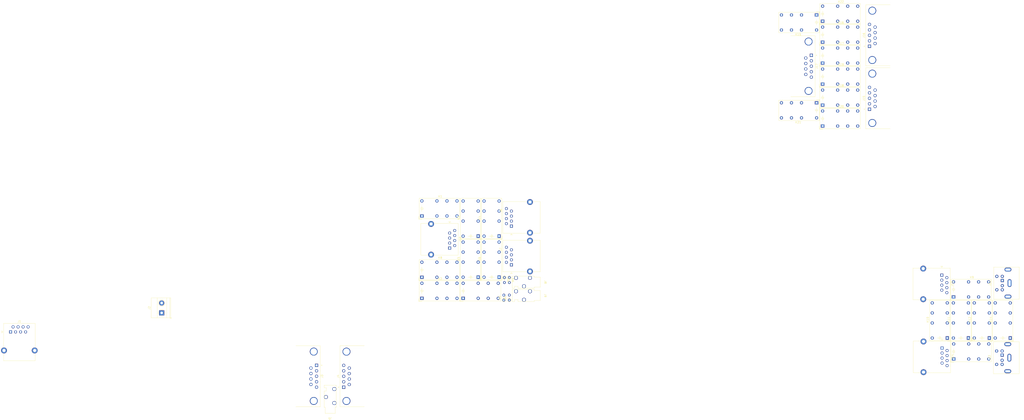
<source format=kicad_pcb>
(kicad_pcb (version 20211014) (generator pcbnew)
  (layers (0 "F.Cu" signal) (31 "B.Cu" signal) (34 "B.Paste" user) (35 "F.Paste" user) (36 "B.SilkS" user "B.Silkscreen") (37 "F.SilkS" user "F.Silkscreen") (38 "B.Mask" user) (39 "F.Mask" user) (44 "Edge.Cuts" user))
  (net 0 "")
  (net 1 "/Knob_Pos_1")
  (net 2 "/Knob_Pos_2")
  (net 3 "+12V")
  (net 5 "Net-(J3-Pad2)")
  (net 6 "Net-(J3-Pad3)")
  (net 18 "GND")
  (net 20 "/Data Port Switching/SignaLink2_RADIO_6")
  (net 21 "/Data Port Switching/SignaLink2_RADIO_7")
  (net 22 "/Microphone Switching/EXT_UP")
  (net 23 "/Data Port Switching/SignaLink1_RADIO_6")
  (net 24 "/Data Port Switching/SignaLink1_RADIO_7")
  (net 28 "/Microphone Switching/EXT_8V")
  (net 29 "/Microphone Switching/EXT_GND")
  (net 30 "/Microphone Switching/EXT_PTT")
  (net 31 "/Microphone Switching/EXT_MICGND")
  (net 33 "/Microphone Switching/EXT_MIC")
  (net 34 "/Microphone Switching/EXT_NC")
  (net 35 "/Microphone Switching/EXT_DWN")
  (net 37 "/Microphone Switching/D700_UP")
  (net 39 "/Microphone Switching/D700_8V")
  (net 41 "/Microphone Switching/D700_GND")
  (net 42 "/Microphone Switching/D700_PTT")
  (net 43 "/Microphone Switching/D700_MICGND")
  (net 44 "/Microphone Switching/D700_MIC")
  (net 46 "Net-(K5-Pad12)")
  (net 47 "Net-(K6-Pad12)")
  (net 49 "/Microphone Switching/D700_NC")
  (net 50 "/Microphone Switching/D700_DWN")
  (net 51 "/Microphone Switching/480_UP")
  (net 52 "/Microphone Switching/480_8V")
  (net 54 "/Microphone Switching/480_GND")
  (net 55 "/Microphone Switching/480_PTT")
  (net 56 "/Microphone Switching/480_MICGND")
  (net 57 "/Microphone Switching/480_MIC")
  (net 58 "/Microphone Switching/480_NC")
  (net 59 "/Microphone Switching/480_DWN")
  (net 62 "Net-(K21-Pad21)")
  (net 63 "Net-(K21-Pad11)")
  (net 64 "/Microphone Switching/D700_SP_S")
  (net 65 "/Microphone Switching/D700_SP_T")
  (net 66 "/Microphone Switching/480_SP_S")
  (net 67 "/Microphone Switching/480_SP_T")
  (net 68 "/COM Port Switching/480_NC1")
  (net 69 "/COM Port Switching/480_RX")
  (net 70 "Net-(K19-Pad21)")
  (net 71 "/COM Port Switching/480_TX")
  (net 72 "/COM Port Switching/480_DTR")
  (net 73 "/COM Port Switching/480_GND")
  (net 74 "/COM Port Switching/480_DSR")
  (net 75 "Net-(K19-Pad11)")
  (net 76 "Net-(K17-Pad21)")
  (net 77 "Net-(K17-Pad11)")
  (net 78 "Net-(K15-Pad21)")
  (net 79 "Net-(K15-Pad11)")
  (net 80 "Net-(K13-Pad21)")
  (net 81 "Net-(K13-Pad11)")
  (net 82 "Net-(K11-Pad21)")
  (net 83 "Net-(K11-Pad11)")
  (net 84 "Net-(K10-Pad21)")
  (net 85 "Net-(K10-Pad11)")
  (net 86 "/COM Port Switching/480_RTS")
  (net 87 "/COM Port Switching/480_CTS")
  (net 88 "/COM Port Switching/480_NC2")
  (net 89 "/COM Port Switching/D700_NC1")
  (net 90 "/COM Port Switching/D700_RX")
  (net 91 "/COM Port Switching/D700_TX")
  (net 92 "/COM Port Switching/D700_DTR")
  (net 93 "/COM Port Switching/D700_GND")
  (net 94 "/COM Port Switching/D700_DSR")
  (net 95 "/COM Port Switching/D700_RTS")
  (net 96 "/COM Port Switching/D700_CTS")
  (net 97 "/COM Port Switching/D700_NC2")
  (net 98 "/COM Port Switching/EXT_NC1")
  (net 99 "/COM Port Switching/EXT_RX")
  (net 100 "/COM Port Switching/EXT_TX")
  (net 101 "/COM Port Switching/EXT_DTR")
  (net 102 "/COM Port Switching/EXT_GND")
  (net 103 "/COM Port Switching/EXT_DSR")
  (net 104 "/COM Port Switching/EXT_RTS")
  (net 105 "/COM Port Switching/EXT_CTS")
  (net 106 "/COM Port Switching/EXT_NC2")
  (net 107 "/Data Port Switching/480_DATA_ANI")
  (net 108 "/Data Port Switching/SignaLink2_RADIO_4")
  (net 109 "/Data Port Switching/480_DATA_ANG")
  (net 110 "/Data Port Switching/SignaLink2_RADIO_1")
  (net 111 "/Data Port Switching/480_DATA_DTS")
  (net 112 "/Data Port Switching/SignaLink2_RADIO_5")
  (net 113 "/Data Port Switching/D700_DATA_PR1")
  (net 114 "/Data Port Switching/SignaLink1_RADIO_0")
  (net 115 "/Data Port Switching/D700_DATA_DE")
  (net 116 "/Data Port Switching/SignaLink1_RADIO_1")
  (net 117 "/Data Port Switching/D700_DATA_SQC")
  (net 118 "/Data Port Switching/SignaLink1_RADIO_2")
  (net 119 "/Data Port Switching/480_DATA_NC")
  (net 120 "/Data Port Switching/SignaLink2_RADIO_3")
  (net 121 "/Data Port Switching/480_DATA_ANO")
  (net 122 "/Data Port Switching/SignaLink2_RADIO_0")
  (net 123 "/Data Port Switching/480_DATA_SQC")
  (net 124 "/Data Port Switching/SignaLink2_RADIO_2")
  (net 125 "/Data Port Switching/D700_DATA_PR9")
  (net 126 "/Data Port Switching/SignaLink1_RADIO_3")
  (net 127 "/Data Port Switching/D700_DATA_PKD")
  (net 128 "/Data Port Switching/SignaLink1_RADIO_4")
  (net 129 "/Data Port Switching/D700_DATA_PKS")
  (net 130 "/Data Port Switching/SignaLink1_RADIO_5")
  (footprint "Relay_THT:Relay_DPDT_Finder_30.22" (layer "F.Cu") (at 366.6825 4.9)
    (fp_text reference "K19" (at 9.3 -9.9) (layer "F.SilkS"))
    (fp_text value "FINDER-40.52")
    (pad "11" thru_hole circle (at 7.62 0 90) (size 1.6 1.6) (drill 0.8) (layers *.Cu *.Mask) (net 75 "Net-(K19-Pad11)"))
    (pad "12" thru_hole circle (at 12.7 0 90) (size 1.6 1.6) (drill 0.8) (layers *.Cu *.Mask) (net 69 "/COM Port Switching/480_RX"))
    (pad "14" thru_hole circle (at 17.78 0 90) (size 1.6 1.6) (drill 0.8) (layers *.Cu *.Mask) (net 100 "/COM Port Switching/EXT_TX"))
    (pad "21" thru_hole circle (at 7.62 -7.62 90) (size 1.6 1.6) (drill 0.8) (layers *.Cu *.Mask) (net 70 "Net-(K19-Pad21)"))
    (pad "22" thru_hole circle (at 12.7 -7.62 90) (size 1.6 1.6) (drill 0.8) (layers *.Cu *.Mask) (net 86 "/COM Port Switching/480_RTS"))
    (pad "24" thru_hole circle (at 17.78 -7.62 180) (size 1.6 1.6) (drill 0.8) (layers *.Cu *.Mask) (net 105 "/COM Port Switching/EXT_CTS"))
    (pad "A1" thru_hole rect (at 0 0 90) (size 1.6 1.8) (drill 0.8) (layers *.Cu *.Mask) (net 3 "+12V"))
    (pad "A2" thru_hole circle (at 0 -7.62 90) (size 1.6 1.6) (drill 0.8) (layers *.Cu *.Mask) (net 1 "/Knob_Pos_1"))
  )
  (footprint "Resistor_THT:R_Axial_DIN0204_L3.6mm_D1.6mm_P2.54mm_Vertical" (layer "F.Cu") (at 205.2 114.32 90)
    (fp_text reference "R2" (at 1.27 -1.92 90) (layer "F.SilkS"))
    (fp_text value "3.9Ohm")
    (pad "1" thru_hole circle (at 0 0 90) (size 1.4 1.4) (drill 0.7) (layers *.Cu *.Mask) (net 67 "/Microphone Switching/480_SP_T"))
    (pad "2" thru_hole oval (at 2.54 0 90) (size 1.4 1.4) (drill 0.7) (layers *.Cu *.Mask) (net 47 "Net-(K6-Pad12)"))
  )
  (footprint "TerminalBlock_Phoenix:TerminalBlock_Phoenix_MKDS-1,5-2_1x02_P5.00mm_Horizontal" (layer "F.Cu") (at 31.880001 120.78 90)
    (fp_text reference "J2" (at 2.5 -6.26 90) (layer "F.SilkS"))
    (fp_text value "KrakenSDR Relay Enable")
    (pad "1" thru_hole rect (at 0 0 90) (size 2.6 2.6) (drill 1.3) (layers *.Cu *.Mask) (net 3 "+12V"))
    (pad "2" thru_hole circle (at 5 0 90) (size 2.6 2.6) (drill 1.3) (layers *.Cu *.Mask) (net 1 "/Knob_Pos_1"))
  )
  (footprint "Relay_THT:Relay_DPDT_Finder_30.22" (layer "F.Cu") (at 440.5375 133.5175 90)
    (fp_text reference "K11" (at 9.3 -9.9 90) (layer "F.SilkS"))
    (fp_text value "FINDER-40.52")
    (pad "11" thru_hole circle (at 7.62 0 180) (size 1.6 1.6) (drill 0.8) (layers *.Cu *.Mask) (net 83 "Net-(K11-Pad11)"))
    (pad "12" thru_hole circle (at 12.7 0 180) (size 1.6 1.6) (drill 0.8) (layers *.Cu *.Mask) (net 111 "/Data Port Switching/480_DATA_DTS"))
    (pad "14" thru_hole circle (at 17.78 0 180) (size 1.6 1.6) (drill 0.8) (layers *.Cu *.Mask) (net 112 "/Data Port Switching/SignaLink2_RADIO_5"))
    (pad "21" thru_hole circle (at 7.62 -7.62 180) (size 1.6 1.6) (drill 0.8) (layers *.Cu *.Mask) (net 82 "Net-(K11-Pad21)"))
    (pad "22" thru_hole circle (at 12.7 -7.62 180) (size 1.6 1.6) (drill 0.8) (layers *.Cu *.Mask) (net 119 "/Data Port Switching/480_DATA_NC"))
    (pad "24" thru_hole circle (at 17.78 -7.62 270) (size 1.6 1.6) (drill 0.8) (layers *.Cu *.Mask) (net 120 "/Data Port Switching/SignaLink2_RADIO_3"))
    (pad "A1" thru_hole rect (at 0 0 180) (size 1.6 1.8) (drill 0.8) (layers *.Cu *.Mask) (net 3 "+12V"))
    (pad "A2" thru_hole circle (at 0 -7.62 180) (size 1.6 1.6) (drill 0.8) (layers *.Cu *.Mask) (net 1 "/Knob_Pos_1"))
  )
  (footprint "Relay_THT:Relay_DPDT_Finder_30.22" (layer "F.Cu") (at 366.6825 -5.762499)
    (fp_text reference "K17" (at 9.3 -9.9) (layer "F.SilkS"))
    (fp_text value "FINDER-40.52")
    (pad "11" thru_hole circle (at 7.62 0 90) (size 1.6 1.6) (drill 0.8) (layers *.Cu *.Mask) (net 77 "Net-(K17-Pad11)"))
    (pad "12" thru_hole circle (at 12.7 0 90) (size 1.6 1.6) (drill 0.8) (layers *.Cu *.Mask) (net 71 "/COM Port Switching/480_TX"))
    (pad "14" thru_hole circle (at 17.78 0 90) (size 1.6 1.6) (drill 0.8) (layers *.Cu *.Mask) (net 99 "/COM Port Switching/EXT_RX"))
    (pad "21" thru_hole circle (at 7.62 -7.62 90) (size 1.6 1.6) (drill 0.8) (layers *.Cu *.Mask) (net 76 "Net-(K17-Pad21)"))
    (pad "22" thru_hole circle (at 12.7 -7.62 90) (size 1.6 1.6) (drill 0.8) (layers *.Cu *.Mask) (net 87 "/COM Port Switching/480_CTS"))
    (pad "24" thru_hole circle (at 17.78 -7.62 180) (size 1.6 1.6) (drill 0.8) (layers *.Cu *.Mask) (net 104 "/COM Port Switching/EXT_RTS"))
    (pad "A1" thru_hole rect (at 0 0 90) (size 1.6 1.8) (drill 0.8) (layers *.Cu *.Mask) (net 3 "+12V"))
    (pad "A2" thru_hole circle (at 0 -7.62 90) (size 1.6 1.6) (drill 0.8) (layers *.Cu *.Mask) (net 1 "/Knob_Pos_1"))
  )
  (footprint "Resistor_THT:R_Axial_DIN0204_L3.6mm_D1.6mm_P2.54mm_Vertical" (layer "F.Cu") (at 208 102.88 -90)
    (fp_text reference "R3" (at 1.27 -1.92 -270) (layer "F.SilkS"))
    (fp_text value "470Ohm")
    (pad "1" thru_hole circle (at 0 0 270) (size 1.4 1.4) (drill 0.7) (layers *.Cu *.Mask) (net 64 "/Microphone Switching/D700_SP_S"))
    (pad "2" thru_hole oval (at 2.54 0 270) (size 1.4 1.4) (drill 0.7) (layers *.Cu *.Mask) (net 46 "Net-(K5-Pad12)"))
  )
  (footprint "Relay_THT:Relay_DPDT_Finder_30.22" (layer "F.Cu") (at 429.837501 133.5175 90)
    (fp_text reference "K10" (at 9.3 -9.9 90) (layer "F.SilkS"))
    (fp_text value "FINDER-40.52")
    (pad "11" thru_hole circle (at 7.62 0 180) (size 1.6 1.6) (drill 0.8) (layers *.Cu *.Mask) (net 85 "Net-(K10-Pad11)"))
    (pad "12" thru_hole circle (at 12.7 0 180) (size 1.6 1.6) (drill 0.8) (layers *.Cu *.Mask) (net 113 "/Data Port Switching/D700_DATA_PR1"))
    (pad "14" thru_hole circle (at 17.78 0 180) (size 1.6 1.6) (drill 0.8) (layers *.Cu *.Mask) (net 114 "/Data Port Switching/SignaLink1_RADIO_0"))
    (pad "21" thru_hole circle (at 7.62 -7.62 180) (size 1.6 1.6) (drill 0.8) (layers *.Cu *.Mask) (net 84 "Net-(K10-Pad21)"))
    (pad "22" thru_hole circle (at 12.7 -7.62 180) (size 1.6 1.6) (drill 0.8) (layers *.Cu *.Mask) (net 115 "/Data Port Switching/D700_DATA_DE"))
    (pad "24" thru_hole circle (at 17.78 -7.62 270) (size 1.6 1.6) (drill 0.8) (layers *.Cu *.Mask) (net 116 "/Data Port Switching/SignaLink1_RADIO_1"))
    (pad "A1" thru_hole rect (at 0 0 180) (size 1.6 1.8) (drill 0.8) (layers *.Cu *.Mask) (net 3 "+12V"))
    (pad "A2" thru_hole circle (at 0 -7.62 180) (size 1.6 1.6) (drill 0.8) (layers *.Cu *.Mask) (net 2 "/Knob_Pos_2"))
  )
  (footprint "Connector_RJ:RJ45_Ninigi_GE" (layer "F.Cu") (at 427.2 138.6 -90)
    (fp_text reference "J14" (at 4.445 -5.34 90) (layer "F.SilkS"))
    (fp_text value "SignaLink 1 RADIO")
    (pad "" np_thru_hole circle (at -1.27 6.35 270) (size 3.25 3.25) (drill 3.25) (layers *.Cu *.Mask))
    (pad "" np_thru_hole circle (at 10.16 6.35 90) (size 3.25 3.25) (drill 3.25) (layers *.Cu *.Mask))
    (pad "1" thru_hole rect (at 0 0 90) (size 1.5 1.5) (drill 0.9) (layers *.Cu *.Mask) (net 114 "/Data Port Switching/SignaLink1_RADIO_0"))
    (pad "2" thru_hole circle (at 1.27 -2.54 90) (size 1.5 1.5) (drill 0.9) (layers *.Cu *.Mask) (net 116 "/Data Port Switching/SignaLink1_RADIO_1"))
    (pad "3" thru_hole circle (at 2.54 0 90) (size 1.5 1.5) (drill 0.9) (layers *.Cu *.Mask) (net 118 "/Data Port Switching/SignaLink1_RADIO_2"))
    (pad "4" thru_hole circle (at 3.81 -2.54 90) (size 1.5 1.5) (drill 0.9) (layers *.Cu *.Mask) (net 126 "/Data Port Switching/SignaLink1_RADIO_3"))
    (pad "5" thru_hole circle (at 5.08 0 90) (size 1.5 1.5) (drill 0.9) (layers *.Cu *.Mask) (net 128 "/Data Port Switching/SignaLink1_RADIO_4"))
    (pad "6" thru_hole circle (at 6.35 -2.54 90) (size 1.5 1.5) (drill 0.9) (layers *.Cu *.Mask) (net 130 "/Data Port Switching/SignaLink1_RADIO_5"))
    (pad "7" thru_hole circle (at 7.62 0 90) (size 1.5 1.5) (drill 0.9) (layers *.Cu *.Mask) (net 23 "/Data Port Switching/SignaLink1_RADIO_6"))
    (pad "8" thru_hole circle (at 8.89 -2.54 90) (size 1.5 1.5) (drill 0.9) (layers *.Cu *.Mask) (net 24 "/Data Port Switching/SignaLink1_RADIO_7"))
    (pad "SH" thru_hole circle (at -3.325 9.4 270) (size 3 3) (drill 1.6) (layers *.Cu *.Mask) (net 18 "GND"))
    (pad "SH" thru_hole circle (at 12.215 9.4 90) (size 3 3) (drill 1.6) (layers *.Cu *.Mask) (net 18 "GND"))
  )
  (footprint "Connector_Dsub:DSUB-9_Male_Horizontal_P2.77x2.84mm_EdgePinOffset7.70mm_Housed_MountingHolesOffset9.12mm" (layer "F.Cu") (at 360.992831 -9.7 -90)
    (fp_text reference "J17" (at 5.54 -2.8 90) (layer "F.SilkS"))
    (fp_text value "External COM")
    (pad "0" thru_hole circle (at 18.04 1.42 270) (size 4 4) (drill 3.2) (layers *.Cu *.Mask) (net 18 "GND"))
    (pad "0" thru_hole circle (at -6.96 1.42 270) (size 4 4) (drill 3.2) (layers *.Cu *.Mask) (net 18 "GND"))
    (pad "1" thru_hole rect (at 0 0 270) (size 1.6 1.6) (drill 1) (layers *.Cu *.Mask) (net 98 "/COM Port Switching/EXT_NC1"))
    (pad "2" thru_hole circle (at 2.77 0 270) (size 1.6 1.6) (drill 1) (layers *.Cu *.Mask) (net 99 "/COM Port Switching/EXT_RX"))
    (pad "3" thru_hole circle (at 5.54 0 270) (size 1.6 1.6) (drill 1) (layers *.Cu *.Mask) (net 100 "/COM Port Switching/EXT_TX"))
    (pad "4" thru_hole circle (at 8.31 0 270) (size 1.6 1.6) (drill 1) (layers *.Cu *.Mask) (net 101 "/COM Port Switching/EXT_DTR"))
    (pad "5" thru_hole circle (at 11.08 0 270) (size 1.6 1.6) (drill 1) (layers *.Cu *.Mask) (net 102 "/COM Port Switching/EXT_GND"))
    (pad "6" thru_hole circle (at 1.385 2.84 270) (size 1.6 1.6) (drill 1) (layers *.Cu *.Mask) (net 103 "/COM Port Switching/EXT_DSR"))
    (pad "7" thru_hole circle (at 4.155 2.84 270) (size 1.6 1.6) (drill 1) (layers *.Cu *.Mask) (net 104 "/COM Port Switching/EXT_RTS"))
    (pad "8" thru_hole circle (at 6.925 2.84 270) (size 1.6 1.6) (drill 1) (layers *.Cu *.Mask) (net 105 "/COM Port Switching/EXT_CTS"))
    (pad "9" thru_hole circle (at 9.695 2.84 270) (size 1.6 1.6) (drill 1) (layers *.Cu *.Mask) (net 106 "/COM Port Switching/EXT_NC2"))
  )
  (footprint "Connector_Dsub:DSUB-9_Male_Horizontal_P2.77x2.84mm_EdgePinOffset7.70mm_Housed_MountingHolesOffset9.12mm" (layer "F.Cu") (at 110.330331 147.35 -90)
    (fp_text reference "J3" (at 5.54 -2.8 -270) (layer "F.SilkS"))
    (fp_text value "External GPS IN")
    (pad "0" thru_hole circle (at 18.04 1.42 270) (size 4 4) (drill 3.2) (layers *.Cu *.Mask) (net 18 "GND"))
    (pad "0" thru_hole circle (at -6.96 1.42 270) (size 4 4) (drill 3.2) (layers *.Cu *.Mask) (net 18 "GND"))
    (pad "1" thru_hole rect (at 0 0 270) (size 1.6 1.6) (drill 1) (layers *.Cu *.Mask))
    (pad "2" thru_hole circle (at 2.77 0 270) (size 1.6 1.6) (drill 1) (layers *.Cu *.Mask) (net 5 "Net-(J3-Pad2)"))
    (pad "3" thru_hole circle (at 5.54 0 270) (size 1.6 1.6) (drill 1) (layers *.Cu *.Mask) (net 6 "Net-(J3-Pad3)"))
    (pad "4" thru_hole circle (at 8.31 0 270) (size 1.6 1.6) (drill 1) (layers *.Cu *.Mask))
    (pad "5" thru_hole circle (at 11.08 0 270) (size 1.6 1.6) (drill 1) (layers *.Cu *.Mask) (net 18 "GND"))
    (pad "6" thru_hole circle (at 1.385 2.84 270) (size 1.6 1.6) (drill 1) (layers *.Cu *.Mask))
    (pad "7" thru_hole circle (at 4.155 2.84 270) (size 1.6 1.6) (drill 1) (layers *.Cu *.Mask))
    (pad "8" thru_hole circle (at 6.925 2.84 270) (size 1.6 1.6) (drill 1) (layers *.Cu *.Mask))
    (pad "9" thru_hole circle (at 9.695 2.84 270) (size 1.6 1.6) (drill 1) (layers *.Cu *.Mask))
  )
  (footprint "Relay_THT:Relay_DPDT_Finder_30.22" (layer "F.Cu") (at 163.7 113.4)
    (fp_text reference "K2" (at 9.3 -9.9) (layer "F.SilkS"))
    (fp_text value "FINDER-40.52")
    (pad "11" thru_hole circle (at 7.62 0 90) (size 1.6 1.6) (drill 0.8) (layers *.Cu *.Mask) (net 39 "/Microphone Switching/D700_8V"))
    (pad "12" thru_hole circle (at 12.7 0 90) (size 1.6 1.6) (drill 0.8) (layers *.Cu *.Mask))
    (pad "14" thru_hole circle (at 17.78 0 90) (size 1.6 1.6) (drill 0.8) (layers *.Cu *.Mask) (net 28 "/Microphone Switching/EXT_8V"))
    (pad "21" thru_hole circle (at 7.62 -7.62 90) (size 1.6 1.6) (drill 0.8) (layers *.Cu *.Mask) (net 37 "/Microphone Switching/D700_UP"))
    (pad "22" thru_hole circle (at 12.7 -7.62 90) (size 1.6 1.6) (drill 0.8) (layers *.Cu *.Mask))
    (pad "24" thru_hole circle (at 17.78 -7.62 180) (size 1.6 1.6) (drill 0.8) (layers *.Cu *.Mask) (net 22 "/Microphone Switching/EXT_UP"))
    (pad "A1" thru_hole rect (at 0 0 90) (size 1.6 1.8) (drill 0.8) (layers *.Cu *.Mask) (net 3 "+12V"))
    (pad "A2" thru_hole circle (at 0 -7.62 90) (size 1.6 1.6) (drill 0.8) (layers *.Cu *.Mask) (net 1 "/Knob_Pos_1"))
  )
  (footprint "libraries:Connector_Mini-DIN_Female_6Pin_2rows" (layer "F.Cu") (at 457.625 142.19 90)
    (fp_text reference "J12" (at -1.27 -6.35 90) (layer "F.SilkS"))
    (fp_text value "D-700 DATA")
    (pad "1" thru_hole rect locked (at 0 0 90) (size 1.6 1.6) (drill 0.8) (layers *.Cu *.Mask) (net 127 "/Data Port Switching/D700_DATA_PKD"))
    (pad "2" thru_hole circle locked (at -2.6 0 90) (size 1.6 1.6) (drill 0.8) (layers *.Cu *.Mask) (net 115 "/Data Port Switching/D700_DATA_DE"))
    (pad "3" thru_hole circle locked (at 2.1 0 90) (size 1.6 1.6) (drill 0.8) (layers *.Cu *.Mask) (net 129 "/Data Port Switching/D700_DATA_PKS"))
    (pad "4" thru_hole circle locked (at -4.7 0 90) (size 1.6 1.6) (drill 0.8) (layers *.Cu *.Mask) (net 125 "/Data Port Switching/D700_DATA_PR9"))
    (pad "5" thru_hole circle locked (at 2.1 -2.8 90) (size 1.6 1.6) (drill 0.8) (layers *.Cu *.Mask) (net 113 "/Data Port Switching/D700_DATA_PR1"))
    (pad "6" thru_hole circle locked (at -4.7 -2.8 90) (size 1.6 1.6) (drill 0.8) (layers *.Cu *.Mask) (net 117 "/Data Port Switching/D700_DATA_SQC"))
    (pad "7" thru_hole oval locked (at -1.3 3.65 90) (size 4 2) (drill oval 3 1) (layers *.Cu *.Mask))
    (pad "7" thru_hole oval locked (at 5.55 2.85 90) (size 2 3.5) (drill oval 1 2.5) (layers *.Cu *.Mask))
    (pad "7" thru_hole oval locked (at -8.15 2.85 90) (size 2 3.5) (drill oval 1 2.5) (layers *.Cu *.Mask))
  )
  (footprint "Relay_THT:Relay_DPDT_Finder_30.22" (layer "F.Cu") (at 451.1375 133.5175 90)
    (fp_text reference "K12" (at 9.3 -9.9 90) (layer "F.SilkS"))
    (fp_text value "FINDER-40.52")
    (pad "11" thru_hole circle (at 7.62 0 180) (size 1.6 1.6) (drill 0.8) (layers *.Cu *.Mask) (net 83 "Net-(K11-Pad11)"))
    (pad "12" thru_hole circle (at 12.7 0 180) (size 1.6 1.6) (drill 0.8) (layers *.Cu *.Mask) (net 117 "/Data Port Switching/D700_DATA_SQC"))
    (pad "14" thru_hole circle (at 17.78 0 180) (size 1.6 1.6) (drill 0.8) (layers *.Cu *.Mask) (net 118 "/Data Port Switching/SignaLink1_RADIO_2"))
    (pad "21" thru_hole circle (at 7.62 -7.62 180) (size 1.6 1.6) (drill 0.8) (layers *.Cu *.Mask) (net 82 "Net-(K11-Pad21)"))
    (pad "22" thru_hole circle (at 12.7 -7.62 180) (size 1.6 1.6) (drill 0.8) (layers *.Cu *.Mask) (net 125 "/Data Port Switching/D700_DATA_PR9"))
    (pad "24" thru_hole circle (at 17.78 -7.62 270) (size 1.6 1.6) (drill 0.8) (layers *.Cu *.Mask) (net 126 "/Data Port Switching/SignaLink1_RADIO_3"))
    (pad "A1" thru_hole rect (at 0 0 180) (size 1.6 1.8) (drill 0.8) (layers *.Cu *.Mask) (net 3 "+12V"))
    (pad "A2" thru_hole circle (at 0 -7.62 180) (size 1.6 1.6) (drill 0.8) (layers *.Cu *.Mask) (net 2 "/Knob_Pos_2"))
  )
  (footprint "Connector_RJ:RJ45_Ninigi_GE" (layer "F.Cu") (at 209.045 96.445 90)
    (fp_text reference "J7" (at 7.845 -5.34 90) (layer "F.SilkS"))
    (fp_text value "TS-480 MIC")
    (pad "" np_thru_hole circle (at 10.16 6.35 270) (size 3.25 3.25) (drill 3.25) (layers *.Cu *.Mask))
    (pad "" np_thru_hole circle (at -1.27 6.35 90) (size 3.25 3.25) (drill 3.25) (layers *.Cu *.Mask))
    (pad "1" thru_hole rect (at 0 0 270) (size 1.5 1.5) (drill 0.9) (layers *.Cu *.Mask) (net 51 "/Microphone Switching/480_UP"))
    (pad "2" thru_hole circle (at 1.27 -2.54 270) (size 1.5 1.5) (drill 0.9) (layers *.Cu *.Mask) (net 52 "/Microphone Switching/480_8V"))
    (pad "3" thru_hole circle (at 2.54 0 270) (size 1.5 1.5) (drill 0.9) (layers *.Cu *.Mask) (net 54 "/Microphone Switching/480_GND"))
    (pad "4" thru_hole circle (at 3.81 -2.54 270) (size 1.5 1.5) (drill 0.9) (layers *.Cu *.Mask) (net 55 "/Microphone Switching/480_PTT"))
    (pad "5" thru_hole circle (at 5.08 0 270) (size 1.5 1.5) (drill 0.9) (layers *.Cu *.Mask) (net 56 "/Microphone Switching/480_MICGND"))
    (pad "6" thru_hole circle (at 6.35 -2.54 270) (size 1.5 1.5) (drill 0.9) (layers *.Cu *.Mask) (net 57 "/Microphone Switching/480_MIC"))
    (pad "7" thru_hole circle (at 7.62 0 270) (size 1.5 1.5) (drill 0.9) (layers *.Cu *.Mask) (net 58 "/Microphone Switching/480_NC"))
    (pad "8" thru_hole circle (at 8.89 -2.54 270) (size 1.5 1.5) (drill 0.9) (layers *.Cu *.Mask) (net 59 "/Microphone Switching/480_DWN"))
    (pad "SH" thru_hole circle (at 12.215 9.4 270) (size 3 3) (drill 1.6) (layers *.Cu *.Mask) (net 18 "GND"))
    (pad "SH" thru_hole circle (at -3.325 9.4 90) (size 3 3) (drill 1.6) (layers *.Cu *.Mask) (net 18 "GND"))
  )
  (footprint "Relay_THT:Relay_DPDT_Finder_30.22" (layer "F.Cu") (at 163.6825 102.737501)
    (fp_text reference "K8" (at 9.3 -9.9) (layer "F.SilkS"))
    (fp_text value "FINDER-40.52")
    (pad "11" thru_hole circle (at 7.62 0 90) (size 1.6 1.6) (drill 0.8) (layers *.Cu *.Mask) (net 50 "/Microphone Switching/D700_DWN"))
    (pad "12" thru_hole circle (at 12.7 0 90) (size 1.6 1.6) (drill 0.8) (layers *.Cu *.Mask))
    (pad "14" thru_hole circle (at 17.78 0 90) (size 1.6 1.6) (drill 0.8) (layers *.Cu *.Mask) (net 35 "/Microphone Switching/EXT_DWN"))
    (pad "21" thru_hole circle (at 7.62 -7.62 90) (size 1.6 1.6) (drill 0.8) (layers *.Cu *.Mask) (net 49 "/Microphone Switching/D700_NC"))
    (pad "22" thru_hole circle (at 12.7 -7.62 90) (size 1.6 1.6) (drill 0.8) (layers *.Cu *.Mask))
    (pad "24" thru_hole circle (at 17.78 -7.62 180) (size 1.6 1.6) (drill 0.8) (layers *.Cu *.Mask) (net 34 "/Microphone Switching/EXT_NC"))
    (pad "A1" thru_hole rect (at 0 0 90) (size 1.6 1.8) (drill 0.8) (layers *.Cu *.Mask) (net 3 "+12V"))
    (pad "A2" thru_hole circle (at 0 -7.62 90) (size 1.6 1.6) (drill 0.8) (layers *.Cu *.Mask) (net 1 "/Knob_Pos_1"))
  )
  (footprint "Connector_Dsub:DSUB-9_Male_Horizontal_P2.77x2.84mm_EdgePinOffset7.70mm_Housed_MountingHolesOffset9.12mm" (layer "F.Cu") (at 124.069669 158.45 90)
    (fp_text reference "J4" (at 5.54 -2.8 90) (layer "F.SilkS"))
    (fp_text value "External GPS OUT")
    (pad "0" thru_hole circle (at 18.04 1.42 90) (size 4 4) (drill 3.2) (layers *.Cu *.Mask) (net 18 "GND"))
    (pad "0" thru_hole circle (at -6.96 1.42 90) (size 4 4) (drill 3.2) (layers *.Cu *.Mask) (net 18 "GND"))
    (pad "1" thru_hole rect (at 0 0 90) (size 1.6 1.6) (drill 1) (layers *.Cu *.Mask))
    (pad "2" thru_hole circle (at 2.77 0 90) (size 1.6 1.6) (drill 1) (layers *.Cu *.Mask) (net 5 "Net-(J3-Pad2)"))
    (pad "3" thru_hole circle (at 5.54 0 90) (size 1.6 1.6) (drill 1) (layers *.Cu *.Mask) (net 6 "Net-(J3-Pad3)"))
    (pad "4" thru_hole circle (at 8.31 0 90) (size 1.6 1.6) (drill 1) (layers *.Cu *.Mask))
    (pad "5" thru_hole circle (at 11.08 0 90) (size 1.6 1.6) (drill 1) (layers *.Cu *.Mask) (net 18 "GND"))
    (pad "6" thru_hole circle (at 1.385 2.84 90) (size 1.6 1.6) (drill 1) (layers *.Cu *.Mask))
    (pad "7" thru_hole circle (at 4.155 2.84 90) (size 1.6 1.6) (drill 1) (layers *.Cu *.Mask))
    (pad "8" thru_hole circle (at 6.925 2.84 90) (size 1.6 1.6) (drill 1) (layers *.Cu *.Mask))
    (pad "9" thru_hole circle (at 9.695 2.84 90) (size 1.6 1.6) (drill 1) (layers *.Cu *.Mask))
  )
  (footprint "Relay_THT:Relay_DPDT_Finder_30.22" (layer "F.Cu") (at 192.2 102.7 90)
    (fp_text reference "K5" (at 9.3 -9.9 90) (layer "F.SilkS"))
    (fp_text value "FINDER-40.52")
    (pad "11" thru_hole circle (at 7.62 0 180) (size 1.6 1.6) (drill 0.8) (layers *.Cu *.Mask) (net 57 "/Microphone Switching/480_MIC"))
    (pad "12" thru_hole circle (at 12.7 0 180) (size 1.6 1.6) (drill 0.8) (layers *.Cu *.Mask) (net 46 "Net-(K5-Pad12)"))
    (pad "14" thru_hole circle (at 17.78 0 180) (size 1.6 1.6) (drill 0.8) (layers *.Cu *.Mask) (net 33 "/Microphone Switching/EXT_MIC"))
    (pad "21" thru_hole circle (at 7.62 -7.62 180) (size 1.6 1.6) (drill 0.8) (layers *.Cu *.Mask) (net 56 "/Microphone Switching/480_MICGND"))
    (pad "22" thru_hole circle (at 12.7 -7.62 180) (size 1.6 1.6) (drill 0.8) (layers *.Cu *.Mask) (net 65 "/Microphone Switching/D700_SP_T"))
    (pad "24" thru_hole circle (at 17.78 -7.62 270) (size 1.6 1.6) (drill 0.8) (layers *.Cu *.Mask) (net 31 "/Microphone Switching/EXT_MICGND"))
    (pad "A1" thru_hole rect (at 0 0 180) (size 1.6 1.8) (drill 0.8) (layers *.Cu *.Mask) (net 3 "+12V"))
    (pad "A2" thru_hole circle (at 0 -7.62 180) (size 1.6 1.6) (drill 0.8) (layers *.Cu *.Mask) (net 1 "/Knob_Pos_1"))
  )
  (footprint "Relay_THT:Relay_DPDT_Finder_30.22" (layer "F.Cu") (at 184.6 113.4)
    (fp_text reference "K7" (at 9.3 -9.9) (layer "F.SilkS"))
    (fp_text value "FINDER-40.52")
    (pad "11" thru_hole circle (at 7.62 0 90) (size 1.6 1.6) (drill 0.8) (layers *.Cu *.Mask) (net 59 "/Microphone Switching/480_DWN"))
    (pad "12" thru_hole circle (at 12.7 0 90) (size 1.6 1.6) (drill 0.8) (layers *.Cu *.Mask))
    (pad "14" thru_hole circle (at 17.78 0 90) (size 1.6 1.6) (drill 0.8) (layers *.Cu *.Mask) (net 35 "/Microphone Switching/EXT_DWN"))
    (pad "21" thru_hole circle (at 7.62 -7.62 90) (size 1.6 1.6) (drill 0.8) (layers *.Cu *.Mask) (net 58 "/Microphone Switching/480_NC"))
    (pad "22" thru_hole circle (at 12.7 -7.62 90) (size 1.6 1.6) (drill 0.8) (layers *.Cu *.Mask))
    (pad "24" thru_hole circle (at 17.78 -7.62 180) (size 1.6 1.6) (drill 0.8) (layers *.Cu *.Mask) (net 34 "/Microphone Switching/EXT_NC"))
    (pad "A1" thru_hole rect (at 0 0 90) (size 1.6 1.8) (drill 0.8) (layers *.Cu *.Mask) (net 3 "+12V"))
    (pad "A2" thru_hole circle (at 0 -7.62 90) (size 1.6 1.6) (drill 0.8) (layers *.Cu *.Mask) (net 1 "/Knob_Pos_1"))
  )
  (footprint "Relay_THT:Relay_DPDT_Finder_30.22" (layer "F.Cu") (at 433 112.7)
    (fp_text reference "K9" (at 9.3 -9.9) (layer "F.SilkS"))
    (fp_text value "FINDER-40.52")
    (pad "11" thru_hole circle (at 7.62 0 90) (size 1.6 1.6) (drill 0.8) (layers *.Cu *.Mask) (net 85 "Net-(K10-Pad11)"))
    (pad "12" thru_hole circle (at 12.7 0 90) (size 1.6 1.6) (drill 0.8) (layers *.Cu *.Mask) (net 107 "/Data Port Switching/480_DATA_ANI"))
    (pad "14" thru_hole circle (at 17.78 0 90) (size 1.6 1.6) (drill 0.8) (layers *.Cu *.Mask) (net 108 "/Data Port Switching/SignaLink2_RADIO_4"))
    (pad "21" thru_hole circle (at 7.62 -7.62 90) (size 1.6 1.6) (drill 0.8) (layers *.Cu *.Mask) (net 84 "Net-(K10-Pad21)"))
    (pad "22" thru_hole circle (at 12.7 -7.62 90) (size 1.6 1.6) (drill 0.8) (layers *.Cu *.Mask) (net 109 "/Data Port Switching/480_DATA_ANG"))
    (pad "24" thru_hole circle (at 17.78 -7.62 180) (size 1.6 1.6) (drill 0.8) (layers *.Cu *.Mask) (net 110 "/Data Port Switching/SignaLink2_RADIO_1"))
    (pad "A1" thru_hole rect (at 0 0 90) (size 1.6 1.8) (drill 0.8) (layers *.Cu *.Mask) (net 3 "+12V"))
    (pad "A2" thru_hole circle (at 0 -7.62 90) (size 1.6 1.6) (drill 0.8) (layers *.Cu *.Mask) (net 1 "/Knob_Pos_1"))
  )
  (footprint "Connector_RJ:RJ45_Ninigi_GE" (layer "F.Cu") (at 177.755 79.055 -90)
    (fp_text reference "J10" (at 4.445 -5.34 90) (layer "F.SilkS"))
    (fp_text value "External MIC IN")
    (pad "" np_thru_hole circle (at -1.27 6.35 270) (size 3.25 3.25) (drill 3.25) (layers *.Cu *.Mask))
    (pad "" np_thru_hole circle (at 10.16 6.35 90) (size 3.25 3.25) (drill 3.25) (layers *.Cu *.Mask))
    (pad "1" thru_hole rect (at 8.9 0 90) (size 1.5 1.5) (drill 0.9) (layers *.Cu *.Mask) (net 22 "/Microphone Switching/EXT_UP"))
    (pad "2" thru_hole circle (at 7.63 -2.54 90) (size 1.5 1.5) (drill 0.9) (layers *.Cu *.Mask) (net 28 "/Microphone Switching/EXT_8V"))
    (pad "3" thru_hole circle (at 6.36 0 90) (size 1.5 1.5) (drill 0.9) (layers *.Cu *.Mask) (net 29 "/Microphone Switching/EXT_GND"))
    (pad "4" thru_hole circle (at 5.09 -2.54 90) (size 1.5 1.5) (drill 0.9) (layers *.Cu *.Mask) (net 30 "/Microphone Switching/EXT_PTT"))
    (pad "5" thru_hole circle (at 3.82 0 90) (size 1.5 1.5) (drill 0.9) (layers *.Cu *.Mask) (net 31 "/Microphone Switching/EXT_MICGND"))
    (pad "6" thru_hole circle (at 2.55 -2.54 90) (size 1.5 1.5) (drill 0.9) (layers *.Cu *.Mask) (net 33 "/Microphone Switching/EXT_MIC"))
    (pad "7" thru_hole circle (at 1.28 0 90) (size 1.5 1.5) (drill 0.9) (layers *.Cu *.Mask) (net 34 "/Microphone Switching/EXT_NC"))
    (pad "8" thru_hole circle (at 0.01 -2.54 90) (size 1.5 1.5) (drill 0.9) (layers *.Cu *.Mask) (net 35 "/Microphone Switching/EXT_DWN"))
    (pad "SH" thru_hole circle (at -3.325 9.4 270) (size 3 3) (drill 1.6) (layers *.Cu *.Mask) (net 18 "GND"))
    (pad "SH" thru_hole circle (at 12.215 9.4 90) (size 3 3) (drill 1.6) (layers *.Cu *.Mask) (net 18 "GND"))
  )
  (footprint "Relay_THT:Relay_DPDT_Finder_30.22" (layer "F.Cu") (at 202.8 102.7 90)
    (fp_text reference "K6" (at 9.3 -9.9 90) (layer "F.SilkS"))
    (fp_text value "FINDER-40.52")
    (pad "11" thru_hole circle (at 7.62 0 180) (size 1.6 1.6) (drill 0.8) (layers *.Cu *.Mask) (net 44 "/Microphone Switching/D700_MIC"))
    (pad "12" thru_hole circle (at 12.7 0 180) (size 1.6 1.6) (drill 0.8) (layers *.Cu *.Mask) (net 47 "Net-(K6-Pad12)"))
    (pad "14" thru_hole circle (at 17.78 0 180) (size 1.6 1.6) (drill 0.8) (layers *.Cu *.Mask) (net 33 "/Microphone Switching/EXT_MIC"))
    (pad "21" thru_hole circle (at 7.62 -7.62 180) (size 1.6 1.6) (drill 0.8) (layers *.Cu *.Mask) (net 43 "/Microphone Switching/D700_MICGND"))
    (pad "22" thru_hole circle (at 12.7 -7.62 180) (size 1.6 1.6) (drill 0.8) (layers *.Cu *.Mask) (net 67 "/Microphone Switching/480_SP_T"))
    (pad "24" thru_hole circle (at 17.78 -7.62 270) (size 1.6 1.6) (drill 0.8) (layers *.Cu *.Mask) (net 31 "/Microphone Switching/EXT_MICGND"))
    (pad "A1" thru_hole rect (at 0 0 180) (size 1.6 1.8) (drill 0.8) (layers *.Cu *.Mask) (net 3 "+12V"))
    (pad "A2" thru_hole circle (at 0 -7.62 180) (size 1.6 1.6) (drill 0.8) (layers *.Cu *.Mask) (net 1 "/Knob_Pos_1"))
  )
  (footprint "Relay_THT:Relay_DPDT_Finder_30.22" (layer "F.Cu") (at 192.2 81.9 90)
    (fp_text reference "K3" (at 9.3 -9.9 90) (layer "F.SilkS"))
    (fp_text value "FINDER-40.52")
    (pad "11" thru_hole circle (at 7.62 0 180) (size 1.6 1.6) (drill 0.8) (layers *.Cu *.Mask) (net 55 "/Microphone Switching/480_PTT"))
    (pad "12" thru_hole circle (at 12.7 0 180) (size 1.6 1.6) (drill 0.8) (layers *.Cu *.Mask))
    (pad "14" thru_hole circle (at 17.78 0 180) (size 1.6 1.6) (drill 0.8) (layers *.Cu *.Mask) (net 30 "/Microphone Switching/EXT_PTT"))
    (pad "21" thru_hole circle (at 7.62 -7.62 180) (size 1.6 1.6) (drill 0.8) (layers *.Cu *.Mask) (net 54 "/Microphone Switching/480_GND"))
    (pad "22" thru_hole circle (at 12.7 -7.62 180) (size 1.6 1.6) (drill 0.8) (layers *.Cu *.Mask))
    (pad "24" thru_hole circle (at 17.78 -7.62 270) (size 1.6 1.6) (drill 0.8) (layers *.Cu *.Mask) (net 29 "/Microphone Switching/EXT_GND"))
    (pad "A1" thru_hole rect (at 0 0 180) (size 1.6 1.8) (drill 0.8) (layers *.Cu *.Mask) (net 3 "+12V"))
    (pad "A2" thru_hole circle (at 0 -7.62 180) (size 1.6 1.6) (drill 0.8) (layers *.Cu *.Mask) (net 1 "/Knob_Pos_1"))
  )
  (footprint "Resistor_THT:R_Axial_DIN0204_L3.6mm_D1.6mm_P2.54mm_Vertical" (layer "F.Cu") (at 205.5 102.88 -90)
    (fp_text reference "R1" (at 1.27 -1.92 90) (layer "F.SilkS"))
    (fp_text value "3.9Ohm")
    (pad "1" thru_hole circle (at 0 0 270) (size 1.4 1.4) (drill 0.7) (layers *.Cu *.Mask) (net 65 "/Microphone Switching/D700_SP_T"))
    (pad "2" thru_hole oval (at 2.54 0 270) (size 1.4 1.4) (drill 0.7) (layers *.Cu *.Mask) (net 46 "Net-(K5-Pad12)"))
  )
  (footprint "libraries:Mystery_3.5mm" (layer "F.Cu") (at 218.705 111.99 -90)
    (fp_text reference "J9" (at 0 -7.55 -90 unlocked) (layer "F.SilkS"))
    (fp_text value "TS-480 EXT.SP")
    (pad "" np_thru_hole circle (at 0 0 270) (size 0.7 0.7) (drill 0.7) (layers F&B.Cu *.Mask))
    (pad "" np_thru_hole circle (at 0 5.79 270) (size 0.7 0.7) (drill 0.7) (layers F&B.Cu *.Mask))
    (pad "R" thru_hole circle (at 2.135 3.29 270) (size 2 2) (drill 1.5) (layers *.Cu *.Mask))
    (pad "S" thru_hole circle (at -2.135 0.25 270) (size 2 2) (drill 1.5) (layers *.Cu *.Mask) (net 66 "/Microphone Switching/480_SP_S"))
    (pad "T" thru_hole circle (at -2.135 7.34 270) (size 2 2) (drill 1.5) (layers *.Cu *.Mask) (net 67 "/Microphone Switching/480_SP_T"))
  )
  (footprint "Connector_RJ:RJ45_Ninigi_GE" (layer "F.Cu") (at -44.664999 130.425)
    (fp_text reference "J1" (at 4.445 -5.34) (layer "F.SilkS"))
    (fp_text value "Selector Knob Connector")
    (pad "" np_thru_hole circle (at -1.27 6.35) (size 3.25 3.25) (drill 3.25) (layers *.Cu *.Mask))
    (pad "" np_thru_hole circle (at 10.16 6.35 180) (size 3.25 3.25) (drill 3.25) (layers *.Cu *.Mask))
    (pad "1" thru_hole rect (at 0 0 180) (size 1.5 1.5) (drill 0.9) (layers *.Cu *.Mask) (net 1 "/Knob_Pos_1"))
    (pad "2" thru_hole circle (at 1.27 -2.54 180) (size 1.5 1.5) (drill 0.9) (layers *.Cu *.Mask) (net 2 "/Knob_Pos_2"))
    (pad "3" thru_hole circle (at 2.54 0 180) (size 1.5 1.5) (drill 0.9) (layers *.Cu *.Mask) (net 1 "/Knob_Pos_1"))
    (pad "4" thru_hole circle (at 3.81 -2.54 180) (size 1.5 1.5) (drill 0.9) (layers *.Cu *.Mask) (net 1 "/Knob_Pos_1"))
    (pad "5" thru_hole circle (at 5.08 0 180) (size 1.5 1.5) (drill 0.9) (layers *.Cu *.Mask) (net 1 "/Knob_Pos_1"))
    (pad "6" thru_hole circle (at 6.35 -2.54 180) (size 1.5 1.5) (drill 0.9) (layers *.Cu *.Mask))
    (pad "7" thru_hole circle (at 7.62 0 180) (size 1.5 1.5) (drill 0.9) (layers *.Cu *.Mask))
    (pad "8" thru_hole circle (at 8.89 -2.54 180) (size 1.5 1.5) (drill 0.9) (layers *.Cu *.Mask))
    (pad "SH" thru_hole circle (at -3.325 9.4) (size 3 3) (drill 1.6) (layers *.Cu *.Mask) (net 18 "GND"))
    (pad "SH" thru_hole circle (at 12.215 9.4 180) (size 3 3) (drill 1.6) (layers *.Cu *.Mask) (net 18 "GND"))
  )
  (footprint "Resistor_THT:R_Axial_DIN0204_L3.6mm_D1.6mm_P2.54mm_Vertical" (layer "F.Cu") (at 208 114.3 90)
    (fp_text reference "R4" (at 1.27 -1.92 90) (layer "F.SilkS"))
    (fp_text value "470Ohm")
    (pad "1" thru_hole circle (at 0 0 90) (size 1.4 1.4) (drill 0.7) (layers *.Cu *.Mask) (net 66 "/Microphone Switching/480_SP_S"))
    (pad "2" thru_hole oval (at 2.54 0 90) (size 1.4 1.4) (drill 0.7) (layers *.Cu *.Mask) (net 47 "Net-(K6-Pad12)"))
  )
  (footprint "Relay_THT:Relay_DPDT_Finder_30.22" (layer "F.Cu") (at 363.6175 14.3625 180)
    (fp_text reference "K21" (at 9.3 -9.9) (layer "F.SilkS"))
    (fp_text value "FINDER-40.52")
    (pad "11" thru_hole circle (at 7.62 0 270) (size 1.6 1.6) (drill 0.8) (layers *.Cu *.Mask) (net 63 "Net-(K21-Pad11)"))
    (pad "12" thru_hole circle (at 12.7 0 270) (size 1.6 1.6) (drill 0.8) (layers *.Cu *.Mask) (net 68 "/COM Port Switching/480_NC1"))
    (pad "14" thru_hole circle (at 17.78 0 270) (size 1.6 1.6) (drill 0.8) (layers *.Cu *.Mask) (net 98 "/COM Port Switching/EXT_NC1"))
    (pad "21" thru_hole circle (at 7.62 -7.62 270) (size 1.6 1.6) (drill 0.8) (layers *.Cu *.Mask) (net 62 "Net-(K21-Pad21)"))
    (pad "22" thru_hole circle (at 12.7 -7.62 270) (size 1.6 1.6) (drill 0.8) (layers *.Cu *.Mask) (net 73 "/COM Port Switching/480_GND"))
    (pad "24" thru_hole circle (at 17.78 -7.62) (size 1.6 1.6) (drill 0.8) (layers *.Cu *.Mask) (net 102 "/COM Port Switching/EXT_GND"))
    (pad "A1" thru_hole rect (at 0 0 270) (size 1.6 1.8) (drill 0.8) (layers *.Cu *.Mask) (net 3 "+12V"))
    (pad "A2" thru_hole circle (at 0 -7.62 270) (size 1.6 1.6) (drill 0.8) (layers *.Cu *.Mask) (net 1 "/Knob_Pos_1"))
  )
  (footprint "libraries:Connector_Mini-DIN_Female_6Pin_2rows" (layer "F.Cu") (at 457.725 104.39 90)
    (fp_text reference "J11" (at -1.27 -6.35 90) (layer "F.SilkS"))
    (fp_text value "TS-480 DATA")
    (pad "1" thru_hole rect locked (at 0 0 90) (size 1.6 1.6) (drill 0.8) (layers *.Cu *.Mask) (net 107 "/Data Port Switching/480_DATA_ANI"))
    (pad "2" thru_hole circle locked (at -2.6 0 90) (size 1.6 1.6) (drill 0.8) (layers *.Cu *.Mask) (net 109 "/Data Port Switching/480_DATA_ANG"))
    (pad "3" thru_hole circle locked (at 2.1 0 90) (size 1.6 1.6) (drill 0.8) (layers *.Cu *.Mask) (net 111 "/Data Port Switching/480_DATA_DTS"))
    (pad "4" thru_hole circle locked (at -4.7 0 90) (size 1.6 1.6) (drill 0.8) (layers *.Cu *.Mask) (net 119 "/Data Port Switching/480_DATA_NC"))
    (pad "5" thru_hole circle locked (at 2.1 -2.8 90) (size 1.6 1.6) (drill 0.8) (layers *.Cu *.Mask) (net 121 "/Data Port Switching/480_DATA_ANO"))
    (pad "6" thru_hole circle locked (at -4.7 -2.8 90) (size 1.6 1.6) (drill 0.8) (layers *.Cu *.Mask) (net 123 "/Data Port Switching/480_DATA_SQC"))
    (pad "7" thru_hole oval locked (at 5.55 2.85 90) (size 2 3.5) (drill oval 1 2.5) (layers *.Cu *.Mask))
    (pad "7" thru_hole oval locked (at -1.3 3.65 90) (size 4 2) (drill oval 3 1) (layers *.Cu *.Mask))
    (pad "7" thru_hole oval locked (at -8.15 2.85 90) (size 2 3.5) (drill oval 1 2.5) (layers *.Cu *.Mask))
  )
  (footprint "Relay_THT:Relay_DPDT_Finder_30.22" (layer "F.Cu") (at 163.7 71.7)
    (fp_text reference "K1" (at 9.3 -9.9) (layer "F.SilkS"))
    (fp_text value "FINDER-40.52")
    (pad "11" thru_hole circle (at 7.62 0 90) (size 1.6 1.6) (drill 0.8) (layers *.Cu *.Mask) (net 52 "/Microphone Switching/480_8V"))
    (pad "12" thru_hole circle (at 12.7 0 90) (size 1.6 1.6) (drill 0.8) (layers *.Cu *.Mask))
    (pad "14" thru_hole circle (at 17.78 0 90) (size 1.6 1.6) (drill 0.8) (layers *.Cu *.Mask) (net 28 "/Microphone Switching/EXT_8V"))
    (pad "21" thru_hole circle (at 7.62 -7.62 90) (size 1.6 1.6) (drill 0.8) (layers *.Cu *.Mask) (net 51 "/Microphone Switching/480_UP"))
    (pad "22" thru_hole circle (at 12.7 -7.62 90) (size 1.6 1.6) (drill 0.8) (layers *.Cu *.Mask))
    (pad "24" thru_hole circle (at 17.78 -7.62 180) (size 1.6 1.6) (drill 0.8) (layers *.Cu *.Mask) (net 22 "/Microphone Switching/EXT_UP"))
    (pad "A1" thru_hole rect (at 0 0 90) (size 1.6 1.8) (drill 0.8) (layers *.Cu *.Mask) (net 3 "+12V"))
    (pad "A2" thru_hole circle (at 0 -7.62 90) (size 1.6 1.6) (drill 0.8) (layers *.Cu *.Mask) (net 1 "/Knob_Pos_1"))
  )
  (footprint "Relay_THT:Relay_DPDT_Finder_30.22" (layer "F.Cu") (at 366.6825 26.137501)
    (fp_text reference "K20" (at 9.3 -9.9) (layer "F.SilkS"))
    (fp_text value "FINDER-40.52")
    (pad "11" thru_hole circle (at 7.62 0 90) (size 1.6 1.6) (drill 0.8) (layers *.Cu *.Mask) (net 75 "Net-(K19-Pad11)"))
    (pad "12" thru_hole circle (at 12.7 0 90) (size 1.6 1.6) (drill 0.8) (layers *.Cu *.Mask) (net 91 "/COM Port Switching/D700_TX"))
    (pad "14" thru_hole circle (at 17.78 0 90) (size 1.6 1.6) (drill 0.8) (layers *.Cu *.Mask) (net 99 "/COM Port Switching/EXT_RX"))
    (pad "21" thru_hole circle (at 7.62 -7.62 90) (size 1.6 1.6) (drill 0.8) (layers *.Cu *.Mask) (net 70 "Net-(K19-Pad21)"))
    (pad "22" thru_hole circle (at 12.7 -7.62 90) (size 1.6 1.6) (drill 0.8) (layers *.Cu *.Mask) (net 96 "/COM Port Switching/D700_CTS"))
    (pad "24" thru_hole circle (at 17.78 -7.62 180) (size 1.6 1.6) (drill 0.8) (layers *.Cu *.Mask) (net 104 "/COM Port Switching/EXT_RTS"))
    (pad "A1" thru_hole rect (at 0 0 90) (size 1.6 1.8) (drill 0.8) (layers *.Cu *.Mask) (net 3 "+12V"))
    (pad "A2" thru_hole circle (at 0 -7.62 90) (size 1.6 1.6) (drill 0.8) (layers *.Cu *.Mask) (net 2 "/Knob_Pos_2"))
  )
  (footprint "Relay_THT:Relay_DPDT_Finder_30.22" (layer "F.Cu") (at 366.6825 -16.362499)
    (fp_text reference "K16" (at 9.3 -9.9) (layer "F.SilkS"))
    (fp_text value "FINDER-40.52")
    (pad "11" thru_hole circle (at 7.62 0 90) (size 1.6 1.6) (drill 0.8) (layers *.Cu *.Mask) (net 79 "Net-(K15-Pad11)"))
    (pad "12" thru_hole circle (at 12.7 0 90) (size 1.6 1.6) (drill 0.8) (layers *.Cu *.Mask) (net 92 "/COM Port Switching/D700_DTR"))
    (pad "14" thru_hole circle (at 17.78 0 90) (size 1.6 1.6) (drill 0.8) (layers *.Cu *.Mask) (net 103 "/COM Port Switching/EXT_DSR"))
    (pad "21" thru_hole circle (at 7.62 -7.62 90) (size 1.6 1.6) (drill 0.8) (layers *.Cu *.Mask) (net 78 "Net-(K15-Pad21)"))
    (pad "22" thru_hole circle (at 12.7 -7.62 90) (size 1.6 1.6) (drill 0.8) (layers *.Cu *.Mask) (net 94 "/COM Port Switching/D700_DSR"))
    (pad "24" thru_hole circle (at 17.78 -7.62 180) (size 1.6 1.6) (drill 0.8) (layers *.Cu *.Mask) (net 101 "/COM Port Switching/EXT_DTR"))
    (pad "A1" thru_hole rect (at 0 0 90) (size 1.6 1.8) (drill 0.8) (layers *.Cu *.Mask) (net 3 "+12V"))
    (pad "A2" thru_hole circle (at 0 -7.62 90) (size 1.6 1.6) (drill 0.8) (layers *.Cu *.Mask) (net 2 "/Knob_Pos_2"))
  )
  (footprint "Connector_RJ:RJ45_Ninigi_GE" (layer "F.Cu") (at 209.045 76.845 90)
    (fp_text reference "J6" (at 7.845 -5.34 90) (layer "F.SilkS"))
    (fp_text value "D-700 MIC")
    (pad "" np_thru_hole circle (at -1.27 6.35 90) (size 3.25 3.25) (drill 3.25) (layers *.Cu *.Mask))
    (pad "" np_thru_hole circle (at 10.16 6.35 270) (size 3.25 3.25) (drill 3.25) (layers *.Cu *.Mask))
    (pad "1" thru_hole rect (at 0 0 270) (size 1.5 1.5) (drill 0.9) (layers *.Cu *.Mask) (net 37 "/Microphone Switching/D700_UP"))
    (pad "2" thru_hole circle (at 1.27 -2.54 270) (size 1.5 1.5) (drill 0.9) (layers *.Cu *.Mask) (net 39 "/Microphone Switching/D700_8V"))
    (pad "3" thru_hole circle (at 2.54 0 270) (size 1.5 1.5) (drill 0.9) (layers *.Cu *.Mask) (net 41 "/Microphone Switching/D700_GND"))
    (pad "4" thru_hole circle (at 3.81 -2.54 270) (size 1.5 1.5) (drill 0.9) (layers *.Cu *.Mask) (net 42 "/Microphone Switching/D700_PTT"))
    (pad "5" thru_hole circle (at 5.08 0 270) (size 1.5 1.5) (drill 0.9) (layers *.Cu *.Mask) (net 43 "/Microphone Switching/D700_MICGND"))
    (pad "6" thru_hole circle (at 6.35 -2.54 270) (size 1.5 1.5) (drill 0.9) (layers *.Cu *.Mask) (net 44 "/Microphone Switching/D700_MIC"))
    (pad "7" thru_hole circle (at 7.62 0 270) (size 1.5 1.5) (drill 0.9) (layers *.Cu *.Mask) (net 49 "/Microphone Switching/D700_NC"))
    (pad "8" thru_hole circle (at 8.89 -2.54 270) (size 1.5 1.5) (drill 0.9) (layers *.Cu *.Mask) (net 50 "/Microphone Switching/D700_DWN"))
    (pad "SH" thru_hole circle (at -3.325 9.4 90) (size 3 3) (drill 1.6) (layers *.Cu *.Mask) (net 18 "GND"))
    (pad "SH" thru_hole circle (at 12.215 9.4 270) (size 3 3) (drill 1.6) (layers *.Cu *.Mask) (net 18 "GND"))
  )
  (footprint "Relay_THT:Relay_DPDT_Finder_30.22" (layer "F.Cu") (at 366.6825 15.537501)
    (fp_text reference "K18" (at 9.3 -9.9) (layer "F.SilkS"))
    (fp_text value "FINDER-40.52")
    (pad "11" thru_hole circle (at 7.62 0 90) (size 1.6 1.6) (drill 0.8) (layers *.Cu *.Mask) (net 77 "Net-(K17-Pad11)"))
    (pad "12" thru_hole circle (at 12.7 0 90) (size 1.6 1.6) (drill 0.8) (layers *.Cu *.Mask) (net 90 "/COM Port Switching/D700_RX"))
    (pad "14" thru_hole circle (at 17.78 0 90) (size 1.6 1.6) (drill 0.8) (layers *.Cu *.Mask) (net 100 "/COM Port Switching/EXT_TX"))
    (pad "21" thru_hole circle (at 7.62 -7.62 90) (size 1.6 1.6) (drill 0.8) (layers *.Cu *.Mask) (net 76 "Net-(K17-Pad21)"))
    (pad "22" thru_hole circle (at 12.7 -7.62 90) (size 1.6 1.6) (drill 0.8) (layers *.Cu *.Mask) (net 95 "/COM Port Switching/D700_RTS"))
    (pad "24" thru_hole circle (at 17.78 -7.62 180) (size 1.6 1.6) (drill 0.8) (layers *.Cu *.Mask) (net 105 "/COM Port Switching/EXT_CTS"))
    (pad "A1" thru_hole rect (at 0 0 90) (size 1.6 1.8) (drill 0.8) (layers *.Cu *.Mask) (net 3 "+12V"))
    (pad "A2" thru_hole circle (at 0 -7.62 90) (size 1.6 1.6) (drill 0.8) (layers *.Cu *.Mask) (net 2 "/Knob_Pos_2"))
  )
  (footprint "Relay_THT:Relay_DPDT_Finder_30.22" (layer "F.Cu") (at 202.8 81.9 90)
    (fp_text reference "K4" (at 9.3 -9.9 90) (layer "F.SilkS"))
    (fp_text value "FINDER-40.52")
    (pad "11" thru_hole circle (at 7.62 0 180) (size 1.6 1.6) (drill 0.8) (layers *.Cu *.Mask) (net 42 "/Microphone Switching/D700_PTT"))
    (pad "12" thru_hole circle (at 12.7 0 180) (size 1.6 1.6) (drill 0.8) (layers *.Cu *.Mask))
    (pad "14" thru_hole circle (at 17.78 0 180) (size 1.6 1.6) (drill 0.8) (layers *.Cu *.Mask) (net 30 "/Microphone Switching/EXT_PTT"))
    (pad "21" thru_hole circle (at 7.62 -7.62 180) (size 1.6 1.6) (drill 0.8) (layers *.Cu *.Mask) (net 41 "/Microphone Switching/D700_GND"))
    (pad "22" thru_hole circle (at 12.7 -7.62 180) (size 1.6 1.6) (drill 0.8) (layers *.Cu *.Mask))
    (pad "24" thru_hole circle (at 17.78 -7.62 270) (size 1.6 1.6) (drill 0.8) (layers *.Cu *.Mask) (net 29 "/Microphone Switching/EXT_GND"))
    (pad "A1" thru_hole rect (at 0 0 180) (size 1.6 1.8) (drill 0.8) (layers *.Cu *.Mask) (net 3 "+12V"))
    (pad "A2" thru_hole circle (at 0 -7.62 180) (size 1.6 1.6) (drill 0.8) (layers *.Cu *.Mask) (net 1 "/Knob_Pos_1"))
  )
  (footprint "Relay_THT:Relay_DPDT_Finder_30.22" (layer "F.Cu") (at 366.6825 -26.962499)
    (fp_text reference "K22" (at 9.3 -9.9) (layer "F.SilkS"))
    (fp_text value "FINDER-40.52")
    (pad "11" thru_hole circle (at 7.62 0 90) (size 1.6 1.6) (drill 0.8) (layers *.Cu *.Mask) (net 63 "Net-(K21-Pad11)"))
    (pad "12" thru_hole circle (at 12.7 0 90) (size 1.6 1.6) (drill 0.8) (layers *.Cu *.Mask) (net 89 "/COM Port Switching/D700_NC1"))
    (pad "14" thru_hole circle (at 17.78 0 90) (size 1.6 1.6) (drill 0.8) (layers *.Cu *.Mask) (net 98 "/COM Port Switching/EXT_NC1"))
    (pad "21" thru_hole circle (at 7.62 -7.62 90) (size 1.6 1.6) (drill 0.8) (layers *.Cu *.Mask) (net 62 "Net-(K21-Pad21)"))
    (pad "22" thru_hole circle (at 12.7 -7.62 90) (size 1.6 1.6) (drill 0.8) (layers *.Cu *.Mask) (net 93 "/COM Port Switching/D700_GND"))
    (pad "24" thru_hole circle (at 17.78 -7.62 180) (size 1.6 1.6) (drill 0.8) (layers *.Cu *.Mask) (net 102 "/COM Port Switching/EXT_GND"))
    (pad "A1" thru_hole rect (at 0 0 90) (size 1.6 1.8) (drill 0.8) (layers *.Cu *.Mask) (net 3 "+12V"))
    (pad "A2" thru_hole circle (at 0 -7.62 90) (size 1.6 1.6) (drill 0.8) (layers *.Cu *.Mask) (net 2 "/Knob_Pos_2"))
  )
  (footprint "libraries:Mystery_3.5mm" (layer "F.Cu") (at 218.705 105.19 -90)
    (fp_text reference "J8" (at 0 -7.55 -90 unlocked) (layer "F.SilkS"))
    (fp_text value "D-700 EXT.SP 1")
    (pad "" np_thru_hole circle (at 0 0 270) (size 0.7 0.7) (drill 0.7) (layers F&B.Cu *.Mask))
    (pad "" np_thru_hole circle (at 0 5.79 270) (size 0.7 0.7) (drill 0.7) (layers F&B.Cu *.Mask))
    (pad "R" thru_hole circle (at 2.135 3.29 270) (size 2 2) (drill 1.5) (layers *.Cu *.Mask))
    (pad "S" thru_hole circle (at -2.135 0.25 270) (size 2 2) (drill 1.5) (layers *.Cu *.Mask) (net 64 "/Microphone Switching/D700_SP_S"))
    (pad "T" thru_hole circle (at -2.135 7.34 270) (size 2 2) (drill 1.5) (layers *.Cu *.Mask) (net 65 "/Microphone Switching/D700_SP_T"))
  )
  (footprint "Connector_RJ:RJ45_Ninigi_GE" (layer "F.Cu") (at 427.055 101.655 -90)
    (fp_text reference "J13" (at 4.445 -5.34 90) (layer "F.SilkS"))
    (fp_text value "SignaLink 2 RADIO")
    (pad "" np_thru_hole circle (at -1.27 6.35 270) (size 3.25 3.25) (drill 3.25) (layers *.Cu *.Mask))
    (pad "" np_thru_hole circle (at 10.16 6.35 90) (size 3.25 3.25) (drill 3.25) (layers *.Cu *.Mask))
    (pad "1" thru_hole rect (at 0 0 90) (size 1.5 1.5) (drill 0.9) (layers *.Cu *.Mask) (net 122 "/Data Port Switching/SignaLink2_RADIO_0"))
    (pad "2" thru_hole circle (at 1.27 -2.54 90) (size 1.5 1.5) (drill 0.9) (layers *.Cu *.Mask) (net 110 "/Data Port Switching/SignaLink2_RADIO_1"))
    (pad "3" thru_hole circle (at 2.54 0 90) (size 1.5 1.5) (drill 0.9) (layers *.Cu *.Mask) (net 124 "/Data Port Switching/SignaLink2_RADIO_2"))
    (pad "4" thru_hole circle (at 3.81 -2.54 90) (size 1.5 1.5) (drill 0.9) (layers *.Cu *.Mask) (net 120 "/Data Port Switching/SignaLink2_RADIO_3"))
    (pad "5" thru_hole circle (at 5.08 0 90) (size 1.5 1.5) (drill 0.9) (layers *.Cu *.Mask) (net 108 "/Data Port Switching/SignaLink2_RADIO_4"))
    (pad "6" thru_hole circle (at 6.35 -2.54 90) (size 1.5 1.5) (drill 0.9) (layers *.Cu *.Mask) (net 112 "/Data Port Switching/SignaLink2_RADIO_5"))
    (pad "7" thru_hole circle (at 7.62 0 90) (size 1.5 1.5) (drill 0.9) (layers *.Cu *.Mask) (net 20 "/Data Port Switching/SignaLink2_RADIO_6"))
    (pad "8" thru_hole circle (at 8.89 -2.54 90) (size 1.5 1.5) (drill 0.9) (layers *.Cu *.Mask) (net 21 "/Data Port Switching/SignaLink2_RADIO_7"))
    (pad "SH" thru_hole circle (at -3.325 9.4 270) (size 3 3) (drill 1.6) (layers *.Cu *.Mask) (net 18 "GND"))
    (pad "SH" thru_hole circle (at 12.215 9.4 90) (size 3 3) (drill 1.6) (layers *.Cu *.Mask) (net 18 "GND"))
  )
  (footprint "Connector_Dsub:DSUB-9_Male_Horizontal_P2.77x2.84mm_EdgePinOffset7.70mm_Housed_MountingHolesOffset9.12mm" (layer "F.Cu") (at 390.432169 -14.2675 90)
    (fp_text reference "J16" (at 5.54 -2.8 90) (layer "F.SilkS"))
    (fp_text value "TS-480 COM")
    (pad "0" thru_hole circle (at -6.96 1.42 90) (size 4 4) (drill 3.2) (layers *.Cu *.Mask) (net 18 "GND"))
    (pad "0" thru_hole circle (at 18.04 1.42 90) (size 4 4) (drill 3.2) (layers *.Cu *.Mask) (net 18 "GND"))
    (pad "1" thru_hole rect (at 0 0 90) (size 1.6 1.6) (drill 1) (layers *.Cu *.Mask) (net 68 "/COM Port Switching/480_NC1"))
    (pad "2" thru_hole circle (at 2.77 0 90) (size 1.6 1.6) (drill 1) (layers *.Cu *.Mask) (net 69 "/COM Port Switching/480_RX"))
    (pad "3" thru_hole circle (at 5.54 0 90) (size 1.6 1.6) (drill 1) (layers *.Cu *.Mask) (net 71 "/COM Port Switching/480_TX"))
    (pad "4" thru_hole circle (at 8.31 0 90) (size 1.6 1.6) (drill 1) (layers *.Cu *.Mask) (net 72 "/COM Port Switching/480_DTR"))
    (pad "5" thru_hole circle (at 11.08 0 90) (size 1.6 1.6) (drill 1) (layers *.Cu *.Mask) (net 73 "/COM Port Switching/480_GND"))
    (pad "6" thru_hole circle (at 1.385 2.84 90) (size 1.6 1.6) (drill 1) (layers *.Cu *.Mask) (net 74 "/COM Port Switching/480_DSR"))
    (pad "7" thru_hole circle (at 4.155 2.84 90) (size 1.6 1.6) (drill 1) (layers *.Cu *.Mask) (net 86 "/COM Port Switching/480_RTS"))
    (pad "8" thru_hole circle (at 6.925 2.84 90) (size 1.6 1.6) (drill 1) (layers *.Cu *.Mask) (net 87 "/COM Port Switching/480_CTS"))
    (pad "9" thru_hole circle (at 9.695 2.84 90) (size 1.6 1.6) (drill 1) (layers *.Cu *.Mask) (net 88 "/COM Port Switching/480_NC2"))
  )
  (footprint "Relay_THT:Relay_DPDT_Finder_30.22" (layer "F.Cu") (at 363.6175 -30.1375 180)
    (fp_text reference "K15" (at 9.3 -9.9) (layer "F.SilkS"))
    (fp_text value "FINDER-40.52")
    (pad "11" thru_hole circle (at 7.62 0 270) (size 1.6 1.6) (drill 0.8) (layers *.Cu *.Mask) (net 79 "Net-(K15-Pad11)"))
    (pad "12" thru_hole circle (at 12.7 0 270) (size 1.6 1.6) (drill 0.8) (layers *.Cu *.Mask) (net 74 "/COM Port Switching/480_DSR"))
    (pad "14" thru_hole circle (at 17.78 0 270) (size 1.6 1.6) (drill 0.8) (layers *.Cu *.Mask) (net 101 "/COM Port Switching/EXT_DTR"))
    (pad "21" thru_hole circle (at 7.62 -7.62 270) (size 1.6 1.6) (drill 0.8) (layers *.Cu *.Mask) (net 78 "Net-(K15-Pad21)"))
    (pad "22" thru_hole circle (at 12.7 -7.62 270) (size 1.6 1.6) (drill 0.8) (layers *.Cu *.Mask) (net 72 "/COM Port Switching/480_DTR"))
    (pad "24" thru_hole circle (at 17.78 -7.62) (size 1.6 1.6) (drill 0.8) (layers *.Cu *.Mask) (net 103 "/COM Port Switching/EXT_DSR"))
    (pad "A1" thru_hole rect (at 0 0 270) (size 1.6 1.8) (drill 0.8) (layers *.Cu *.Mask) (net 3 "+12V"))
    (pad "A2" thru_hole circle (at 0 -7.62 270) (size 1.6 1.6) (drill 0.8) (layers *.Cu *.Mask) (net 1 "/Knob_Pos_1"))
  )
  (footprint "Relay_THT:Relay_DPDT_Finder_30.22" (layer "F.Cu") (at 433.0825 144.1375)
    (fp_text reference "K13" (at 9.3 -9.9) (layer "F.SilkS"))
    (fp_text value "FINDER-40.52")
    (pad "11" thru_hole circle (at 7.62 0 90) (size 1.6 1.6) (drill 0.8) (layers *.Cu *.Mask) (net 81 "Net-(K13-Pad11)"))
    (pad "12" thru_hole circle (at 12.7 0 90) (size 1.6 1.6) (drill 0.8) (layers *.Cu *.Mask) (net 121 "/Data Port Switching/480_DATA_ANO"))
    (pad "14" thru_hole circle (at 17.78 0 90) (size 1.6 1.6) (drill 0.8) (layers *.Cu *.Mask) (net 122 "/Data Port Switching/SignaLink2_RADIO_0"))
    (pad "21" thru_hole circle (at 7.62 -7.62 90) (size 1.6 1.6) (drill 0.8) (layers *.Cu *.Mask) (net 80 "Net-(K13-Pad21)"))
    (pad "22" thru_hole circle (at 12.7 -7.62 90) (size 1.6 1.6) (drill 0.8) (layers *.Cu *.Mask) (net 123 "/Data Port Switching/480_DATA_SQC"))
    (pad "24" thru_hole circle (at 17.78 -7.62 180) (size 1.6 1.6) (drill 0.8) (layers *.Cu *.Mask) (net 124 "/Data Port Switching/SignaLink2_RADIO_2"))
    (pad "A1" thru_hole rect (at 0 0 90) (size 1.6 1.8) (drill 0.8) (layers *.Cu *.Mask) (net 3 "+12V"))
    (pad "A2" thru_hole circle (at 0 -7.62 90) (size 1.6 1.6) (drill 0.8) (layers *.Cu *.Mask) (net 1 "/Knob_Pos_1"))
  )
  (footprint "Connector_Dsub:DSUB-9_Male_Horizontal_P2.77x2.84mm_EdgePinOffset7.70mm_Housed_MountingHolesOffset9.12mm" (layer "F.Cu") (at 390.432169 17.6325 90)
    (fp_text reference "J15" (at 5.54 -2.8 90) (layer "F.SilkS"))
    (fp_text value "D-700 COM")
    (pad "0" thru_hole circle (at -6.96 1.42 90) (size 4 4) (drill 3.2) (layers *.Cu *.Mask) (net 18 "GND"))
    (pad "0" thru_hole circle (at 18.04 1.42 90) (size 4 4) (drill 3.2) (layers *.Cu *.Mask) (net 18 "GND"))
    (pad "1" thru_hole rect (at 0 0 90) (size 1.6 1.6) (drill 1) (layers *.Cu *.Mask) (net 89 "/COM Port Switching/D700_NC1"))
    (pad "2" thru_hole circle (at 2.77 0 90) (size 1.6 1.6) (drill 1) (layers *.Cu *.Mask) (net 90 "/COM Port Switching/D700_RX"))
    (pad "3" thru_hole circle (at 5.54 0 90) (size 1.6 1.6) (drill 1) (layers *.Cu *.Mask) (net 91 "/COM Port Switching/D700_TX"))
    (pad "4" thru_hole circle (at 8.31 0 90) (size 1.6 1.6) (drill 1) (layers *.Cu *.Mask) (net 92 "/COM Port Switching/D700_DTR"))
    (pad "5" thru_hole circle (at 11.08 0 90) (size 1.6 1.6) (drill 1) (layers *.Cu *.Mask) (net 93 "/COM Port Switching/D700_GND"))
    (pad "6" thru_hole circle (at 1.385 2.84 90) (size 1.6 1.6) (drill 1) (layers *.Cu *.Mask) (net 94 "/COM Port Switching/D700_DSR"))
    (pad "7" thru_hole circle (at 4.155 2.84 90) (size 1.6 1.6) (drill 1) (layers *.Cu *.Mask) (net 95 "/COM Port Switching/D700_RTS"))
    (pad "8" thru_hole circle (at 6.925 2.84 90) (size 1.6 1.6) (drill 1) (layers *.Cu *.Mask) (net 96 "/COM Port Switching/D700_CTS"))
    (pad "9" thru_hole circle (at 9.695 2.84 90) (size 1.6 1.6) (drill 1) (layers *.Cu *.Mask) (net 97 "/COM Port Switching/D700_NC2"))
  )
  (footprint "Relay_THT:Relay_DPDT_Finder_30.22" (layer "F.Cu") (at 461.737501 133.5175 90)
    (fp_text reference "K14" (at 9.3 -9.9 90) (layer "F.SilkS"))
    (fp_text value "FINDER-40.52")
    (pad "11" thru_hole circle (at 7.62 0 180) (size 1.6 1.6) (drill 0.8) (layers *.Cu *.Mask) (net 81 "Net-(K13-Pad11)"))
    (pad "12" thru_hole circle (at 12.7 0 180) (size 1.6 1.6) (drill 0.8) (layers *.Cu *.Mask) (net 127 "/Data Port Switching/D700_DATA_PKD"))
    (pad "14" thru_hole circle (at 17.78 0 180) (size 1.6 1.6) (drill 0.8) (layers *.Cu *.Mask) (net 128 "/Data Port Switching/SignaLink1_RADIO_4"))
    (pad "21" thru_hole circle (at 7.62 -7.62 180) (size 1.6 1.6) (drill 0.8) (layers *.Cu *.Mask) (net 80 "Net-(K13-Pad21)"))
    (pad "22" thru_hole circle (at 12.7 -7.62 180) (size 1.6 1.6) (drill 0.8) (layers *.Cu *.Mask) (net 129 "/Data Port Switching/D700_DATA_PKS"))
    (pad "24" thru_hole circle (at 17.78 -7.62 270) (size 1.6 1.6) (drill 0.8) (layers *.Cu *.Mask) (net 130 "/Data Port Switching/SignaLink1_RADIO_5"))
    (pad "A1" thru_hole rect (at 0 0 180) (size 1.6 1.8) (drill 0.8) (layers *.Cu *.Mask) (net 3 "+12V"))
    (pad "A2" thru_hole circle (at 0 -7.62 180) (size 1.6 1.6) (drill 0.8) (layers *.Cu *.Mask) (net 2 "/Knob_Pos_2"))
  )
  (footprint "libraries:Mystery_3.5mm" (layer "F.Cu") (at 117.21 166.7 180)
    (fp_text reference "J5" (at 0 -7.55 180 unlocked) (layer "F.SilkS"))
    (fp_text value "D-700 GPS")
    (pad "" np_thru_hole circle (at 0 0 180) (size 0.7 0.7) (drill 0.7) (layers F&B.Cu *.Mask))
    (pad "" np_thru_hole circle (at 0 5.79 180) (size 0.7 0.7) (drill 0.7) (layers F&B.Cu *.Mask))
    (pad "R" thru_hole circle (at 2.135 3.29 180) (size 2 2) (drill 1.5) (layers *.Cu *.Mask))
    (pad "S" thru_hole circle (at -2.135 0.25 180) (size 2 2) (drill 1.5) (layers *.Cu *.Mask) (net 18 "GND"))
    (pad "T" thru_hole circle (at -2.135 7.34 180) (size 2 2) (drill 1.5) (layers *.Cu *.Mask) (net 5 "Net-(J3-Pad2)"))
  )
)
</source>
